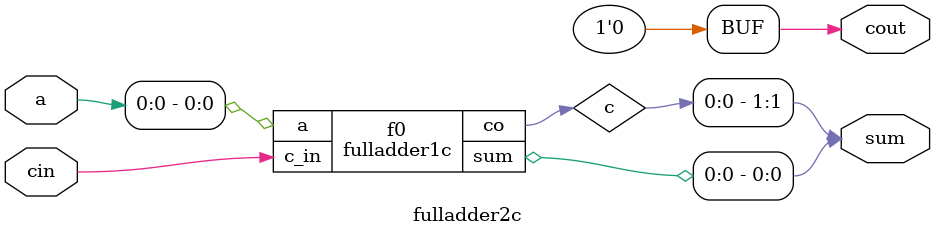
<source format=v>
module fulladder1c(sum, co, a, c_in);
   output sum, co;
   input a, c_in;

   always @(a, c_in)
     $display("fa1: a=%b, c_in=%b", a, c_in);

   assign sum = a ^ c_in;
   assign co = c_in & a;
endmodule

module fulladder2c(sum, cout, a, cin);
   output [1:0] sum;
   output cout;
   input [1:0] a;
   input cin;
   wire c;

   always @(a, cin)
     $display("fa2: a=%b, cin=%b", a, cin);

   fulladder1c f0 (sum[0], c, a[0], cin);
   assign sum[1] = c;
   assign cout = 0;
endmodule

</source>
